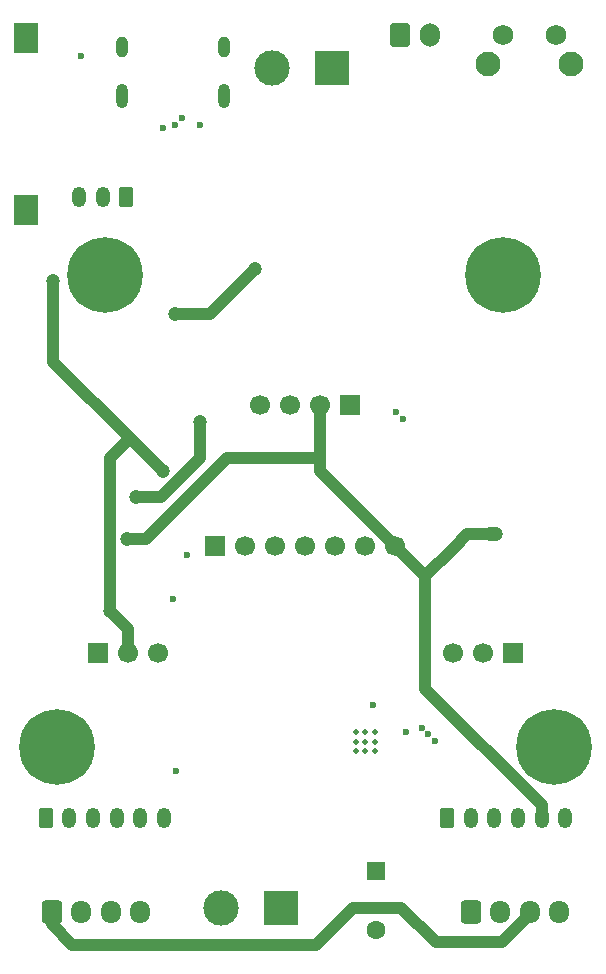
<source format=gbr>
%TF.GenerationSoftware,KiCad,Pcbnew,9.0.4*%
%TF.CreationDate,2025-08-24T10:42:23+02:00*%
%TF.ProjectId,pami_2026,70616d69-5f32-4303-9236-2e6b69636164,rev?*%
%TF.SameCoordinates,Original*%
%TF.FileFunction,Copper,L2,Inr*%
%TF.FilePolarity,Positive*%
%FSLAX46Y46*%
G04 Gerber Fmt 4.6, Leading zero omitted, Abs format (unit mm)*
G04 Created by KiCad (PCBNEW 9.0.4) date 2025-08-24 10:42:23*
%MOMM*%
%LPD*%
G01*
G04 APERTURE LIST*
G04 Aperture macros list*
%AMRoundRect*
0 Rectangle with rounded corners*
0 $1 Rounding radius*
0 $2 $3 $4 $5 $6 $7 $8 $9 X,Y pos of 4 corners*
0 Add a 4 corners polygon primitive as box body*
4,1,4,$2,$3,$4,$5,$6,$7,$8,$9,$2,$3,0*
0 Add four circle primitives for the rounded corners*
1,1,$1+$1,$2,$3*
1,1,$1+$1,$4,$5*
1,1,$1+$1,$6,$7*
1,1,$1+$1,$8,$9*
0 Add four rect primitives between the rounded corners*
20,1,$1+$1,$2,$3,$4,$5,0*
20,1,$1+$1,$4,$5,$6,$7,0*
20,1,$1+$1,$6,$7,$8,$9,0*
20,1,$1+$1,$8,$9,$2,$3,0*%
G04 Aperture macros list end*
%TA.AperFunction,ComponentPad*%
%ADD10O,1.200000X1.750000*%
%TD*%
%TA.AperFunction,ComponentPad*%
%ADD11RoundRect,0.250000X-0.350000X-0.625000X0.350000X-0.625000X0.350000X0.625000X-0.350000X0.625000X0*%
%TD*%
%TA.AperFunction,HeatsinkPad*%
%ADD12O,1.000000X2.100000*%
%TD*%
%TA.AperFunction,HeatsinkPad*%
%ADD13O,1.000000X1.800000*%
%TD*%
%TA.AperFunction,ComponentPad*%
%ADD14C,0.800000*%
%TD*%
%TA.AperFunction,ComponentPad*%
%ADD15C,6.400000*%
%TD*%
%TA.AperFunction,ComponentPad*%
%ADD16RoundRect,0.250000X-0.600000X-0.725000X0.600000X-0.725000X0.600000X0.725000X-0.600000X0.725000X0*%
%TD*%
%TA.AperFunction,ComponentPad*%
%ADD17O,1.700000X1.950000*%
%TD*%
%TA.AperFunction,ComponentPad*%
%ADD18RoundRect,0.250000X0.350000X0.625000X-0.350000X0.625000X-0.350000X-0.625000X0.350000X-0.625000X0*%
%TD*%
%TA.AperFunction,ComponentPad*%
%ADD19R,3.000000X3.000000*%
%TD*%
%TA.AperFunction,ComponentPad*%
%ADD20C,3.000000*%
%TD*%
%TA.AperFunction,ComponentPad*%
%ADD21RoundRect,0.250000X-0.600000X-0.750000X0.600000X-0.750000X0.600000X0.750000X-0.600000X0.750000X0*%
%TD*%
%TA.AperFunction,ComponentPad*%
%ADD22O,1.700000X2.000000*%
%TD*%
%TA.AperFunction,ComponentPad*%
%ADD23C,2.100000*%
%TD*%
%TA.AperFunction,ComponentPad*%
%ADD24C,1.750000*%
%TD*%
%TA.AperFunction,ComponentPad*%
%ADD25R,1.700000X1.700000*%
%TD*%
%TA.AperFunction,ComponentPad*%
%ADD26C,1.700000*%
%TD*%
%TA.AperFunction,ComponentPad*%
%ADD27R,2.000000X2.591000*%
%TD*%
%TA.AperFunction,HeatsinkPad*%
%ADD28C,0.500000*%
%TD*%
%TA.AperFunction,ComponentPad*%
%ADD29RoundRect,0.250000X-0.550000X0.550000X-0.550000X-0.550000X0.550000X-0.550000X0.550000X0.550000X0*%
%TD*%
%TA.AperFunction,ComponentPad*%
%ADD30C,1.600000*%
%TD*%
%TA.AperFunction,ViaPad*%
%ADD31C,0.600000*%
%TD*%
%TA.AperFunction,ViaPad*%
%ADD32C,1.200000*%
%TD*%
%TA.AperFunction,Conductor*%
%ADD33C,1.000000*%
%TD*%
G04 APERTURE END LIST*
D10*
%TO.N,Net-(J11-Pin_6)*%
%TO.C,J11*%
X201000000Y-94000000D03*
%TO.N,+3.3V*%
X199000000Y-94000000D03*
%TO.N,motor_enc_a-*%
X197000000Y-94000000D03*
%TO.N,motor_enc_a+*%
X195000000Y-94000000D03*
%TO.N,GND*%
X193000000Y-94000000D03*
D11*
%TO.N,Net-(J11-Pin_1)*%
X191000000Y-94000000D03*
%TD*%
D12*
%TO.N,GND*%
%TO.C,J8*%
X206140000Y-32905000D03*
D13*
X206140000Y-28725000D03*
D12*
X197500000Y-32905000D03*
D13*
X197500000Y-28725000D03*
%TD*%
D10*
%TO.N,Net-(J12-Pin_6)*%
%TO.C,J12*%
X235000000Y-94000000D03*
%TO.N,+3.3V*%
X233000000Y-94000000D03*
%TO.N,motor_enc_b-*%
X231000000Y-94000000D03*
%TO.N,motor_enc_b+*%
X229000000Y-94000000D03*
%TO.N,GND*%
X227000000Y-94000000D03*
D11*
%TO.N,Net-(J12-Pin_1)*%
X225000000Y-94000000D03*
%TD*%
D14*
%TO.N,N/C*%
%TO.C,H2*%
X227297056Y-48000000D03*
X228000000Y-46302944D03*
X228000000Y-49697056D03*
X229697056Y-45600000D03*
D15*
X229697056Y-48000000D03*
D14*
X229697056Y-50400000D03*
X231394112Y-46302944D03*
X231394112Y-49697056D03*
X232097056Y-48000000D03*
%TD*%
D16*
%TO.N,+3.3V*%
%TO.C,J9*%
X191500000Y-102000000D03*
D17*
%TO.N,I2C_scl*%
X194000000Y-102000000D03*
%TO.N,I2C_sda*%
X196500000Y-102000000D03*
%TO.N,GND*%
X199000000Y-102000000D03*
%TD*%
D18*
%TO.N,+5V*%
%TO.C,J7*%
X197834000Y-41444000D03*
D10*
%TO.N,Net-(D8-DOUT)*%
X195834000Y-41444000D03*
%TO.N,GND*%
X193834000Y-41444000D03*
%TD*%
D19*
%TO.N,Net-(J4-Pin_1)*%
%TO.C,J4*%
X210947000Y-101600000D03*
D20*
%TO.N,Net-(J4-Pin_2)*%
X205867000Y-101600000D03*
%TD*%
D14*
%TO.N,N/C*%
%TO.C,H4*%
X231600000Y-88000000D03*
X232302944Y-86302944D03*
X232302944Y-89697056D03*
X234000000Y-85600000D03*
D15*
X234000000Y-88000000D03*
D14*
X234000000Y-90400000D03*
X235697056Y-86302944D03*
X235697056Y-89697056D03*
X236400000Y-88000000D03*
%TD*%
D21*
%TO.N,sw_team*%
%TO.C,SW2*%
X221000000Y-27712500D03*
D22*
%TO.N,GND*%
X223500000Y-27712500D03*
%TD*%
D23*
%TO.N,*%
%TO.C,SW1*%
X228475000Y-30202500D03*
X235485000Y-30202500D03*
D24*
%TO.N,GND*%
X229725000Y-27712500D03*
%TO.N,Net-(U2-EN)*%
X234225000Y-27712500D03*
%TD*%
D25*
%TO.N,Net-(J1-Pin_1)*%
%TO.C,J1*%
X216810000Y-59000000D03*
D26*
%TO.N,+3.3V*%
X214270000Y-59000000D03*
%TO.N,I2C_scl*%
X211730000Y-59000000D03*
%TO.N,I2C_sda*%
X209190000Y-59000000D03*
%TD*%
D25*
%TO.N,GND*%
%TO.C,J14*%
X230540000Y-80000000D03*
D26*
%TO.N,+5V*%
X228000000Y-80000000D03*
%TO.N,SERVO2*%
X225460000Y-80000000D03*
%TD*%
D14*
%TO.N,N/C*%
%TO.C,H1*%
X193600000Y-48000000D03*
X194302944Y-46302944D03*
X194302944Y-49697056D03*
X196000000Y-45600000D03*
D15*
X196000000Y-48000000D03*
D14*
X196000000Y-50400000D03*
X197697056Y-46302944D03*
X197697056Y-49697056D03*
X198400000Y-48000000D03*
%TD*%
D25*
%TO.N,tft_rst*%
%TO.C,J10*%
X205380000Y-71000000D03*
D26*
%TO.N,tft_cs*%
X207920000Y-71000000D03*
%TO.N,tft_dc*%
X210460000Y-71000000D03*
%TO.N,tft_scl*%
X213000000Y-71000000D03*
X215540000Y-71000000D03*
%TO.N,Net-(J1-Pin_1)*%
X218080000Y-71000000D03*
%TO.N,+3.3V*%
X220620000Y-71000000D03*
%TD*%
D16*
%TO.N,RX_lidar*%
%TO.C,J3*%
X227000000Y-102000000D03*
D17*
%TO.N,TX_lidar*%
X229500000Y-102000000D03*
%TO.N,+3.3V*%
X232000000Y-102000000D03*
%TO.N,GND*%
X234500000Y-102000000D03*
%TD*%
D27*
%TO.N,GND*%
%TO.C,SW4*%
X189357000Y-28000000D03*
%TO.N,sw_tirette*%
X189357000Y-42503500D03*
%TD*%
D25*
%TO.N,GND*%
%TO.C,J2*%
X195460000Y-80000000D03*
D26*
%TO.N,+5V*%
X198000000Y-80000000D03*
%TO.N,SERVO1*%
X200540000Y-80000000D03*
%TD*%
D14*
%TO.N,N/C*%
%TO.C,H3*%
X189600000Y-88000000D03*
X190302944Y-86302944D03*
X190302944Y-89697056D03*
X192000000Y-85600000D03*
D15*
X192000000Y-88000000D03*
D14*
X192000000Y-90400000D03*
X193697056Y-86302944D03*
X193697056Y-89697056D03*
X194400000Y-88000000D03*
%TD*%
D28*
%TO.N,GND*%
%TO.C,U1*%
X218859000Y-86741000D03*
X218059000Y-86741000D03*
X217259000Y-86741000D03*
X218859000Y-87541000D03*
X218059000Y-87541000D03*
X217259000Y-87541000D03*
X218859000Y-88341000D03*
X218059000Y-88341000D03*
X217259000Y-88341000D03*
%TD*%
D29*
%TO.N,+BATT*%
%TO.C,C18*%
X219000000Y-98500000D03*
D30*
%TO.N,GND*%
X219000000Y-103500000D03*
%TD*%
D19*
%TO.N,Net-(SW3-A)*%
%TO.C,SW3*%
X215265000Y-30500000D03*
D20*
%TO.N,Net-(J4-Pin_1)*%
X210185000Y-30500000D03*
%TD*%
D31*
%TO.N,Net-(J8-CC1)*%
X204089000Y-35306000D03*
%TO.N,Net-(J8-CC2)*%
X200914000Y-35560000D03*
D32*
%TO.N,+BATT*%
X201930000Y-51308000D03*
X208747879Y-47513940D03*
D31*
%TO.N,I2C_sda*%
X202946000Y-71755000D03*
%TO.N,I2C_scl*%
X201803000Y-75438000D03*
D32*
%TO.N,+3.3V*%
X197919000Y-70358000D03*
%TO.N,+BATT*%
X204089000Y-60452000D03*
%TO.N,+5V*%
X200914000Y-64643000D03*
X196469000Y-76454000D03*
%TO.N,+3.3V*%
X229108000Y-69977000D03*
%TO.N,+5V*%
X191643000Y-48514000D03*
D31*
%TO.N,motor_b-*%
X223976642Y-87492112D03*
%TO.N,motor_b+*%
X223410954Y-86926426D03*
%TO.N,motor_fault*%
X222866599Y-86340183D03*
%TO.N,Net-(J12-Pin_6)*%
X218694000Y-84455000D03*
%TO.N,Net-(J12-Pin_1)*%
X221488000Y-86741000D03*
D32*
%TO.N,+BATT*%
X198628000Y-66802000D03*
D31*
%TO.N,usb_d-*%
X202557411Y-34767728D03*
%TO.N,usb_d+*%
X201956369Y-35368770D03*
%TO.N,usb_d-*%
X221280521Y-60244521D03*
%TO.N,usb_d+*%
X220679479Y-59643479D03*
%TO.N,Net-(J4-Pin_2)*%
X202000000Y-90000000D03*
%TO.N,Net-(D8-DOUT)*%
X194000000Y-29500000D03*
%TD*%
D33*
%TO.N,+BATT*%
X201930000Y-51308000D02*
X204953819Y-51308000D01*
X204953819Y-51308000D02*
X208747879Y-47513940D01*
%TO.N,+3.3V*%
X199517000Y-70358000D02*
X206375000Y-63500000D01*
X197919000Y-70358000D02*
X199517000Y-70358000D01*
X214270000Y-63500000D02*
X214270000Y-59000000D01*
X206375000Y-63500000D02*
X214270000Y-63500000D01*
%TO.N,+BATT*%
X204089000Y-63520024D02*
X204089000Y-60452000D01*
X200807024Y-66802000D02*
X204089000Y-63520024D01*
X198628000Y-66802000D02*
X200807024Y-66802000D01*
%TO.N,+5V*%
X191643000Y-55372000D02*
X198120000Y-61849000D01*
X196469000Y-63500000D02*
X198120000Y-61849000D01*
X196469000Y-76454000D02*
X196469000Y-63500000D01*
X198120000Y-61849000D02*
X200914000Y-64643000D01*
X191643000Y-48514000D02*
X191643000Y-55372000D01*
X198000000Y-80000000D02*
X198000000Y-77985000D01*
X198000000Y-77985000D02*
X196469000Y-76454000D01*
%TO.N,+3.3V*%
X226695000Y-69977000D02*
X229108000Y-69977000D01*
X225552000Y-71120000D02*
X226695000Y-69977000D01*
X223139000Y-73519000D02*
X223153000Y-73519000D01*
X223153000Y-73519000D02*
X225552000Y-71120000D01*
X220620000Y-71000000D02*
X214270000Y-64650000D01*
X214270000Y-64650000D02*
X214270000Y-63500000D01*
X223139000Y-73519000D02*
X223139000Y-83058000D01*
X220620000Y-71000000D02*
X223139000Y-73519000D01*
X223139000Y-83058000D02*
X233000000Y-92919000D01*
X233000000Y-92919000D02*
X233000000Y-94000000D01*
X213868000Y-104745000D02*
X193270000Y-104745000D01*
X193270000Y-104745000D02*
X191500000Y-102975000D01*
X191500000Y-102975000D02*
X191500000Y-102000000D01*
X232000000Y-102000000D02*
X232000000Y-102125000D01*
X221107000Y-101600000D02*
X217013000Y-101600000D01*
X217013000Y-101600000D02*
X213868000Y-104745000D01*
X232000000Y-102125000D02*
X229616000Y-104509000D01*
X229616000Y-104509000D02*
X224016000Y-104509000D01*
X224016000Y-104509000D02*
X221107000Y-101600000D01*
%TD*%
%TA.AperFunction,Conductor*%
%TO.N,+3.3V*%
G36*
X228989088Y-69392120D02*
G01*
X228992995Y-69398745D01*
X229108538Y-69974699D01*
X229108538Y-69979301D01*
X228992995Y-70555254D01*
X228988008Y-70562692D01*
X228980561Y-70564613D01*
X227930266Y-70477886D01*
X227922303Y-70473790D01*
X227919529Y-70466226D01*
X227919529Y-69487773D01*
X227922956Y-69479500D01*
X227930264Y-69476113D01*
X228980562Y-69389386D01*
X228989088Y-69392120D01*
G37*
%TD.AperFunction*%
%TD*%
M02*

</source>
